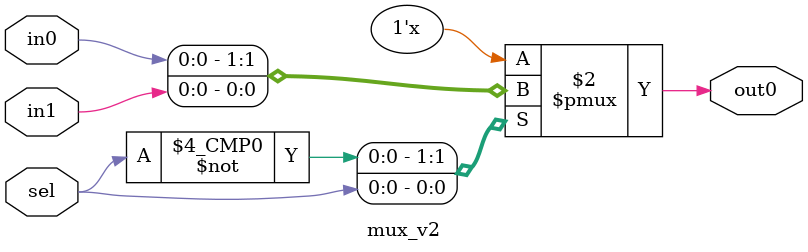
<source format=v>
`timescale 1ns / 1ps


module mux_v2(  input   in0,
                input   in1,
                input   sel,
                output  reg out0

    );
    
    
    always  @(*)
    begin
        case(sel)
            0:
                begin
                    out0 = in0;
                end
            1:
                begin
                    out0 = in1;
                end
        endcase
    end
endmodule

</source>
